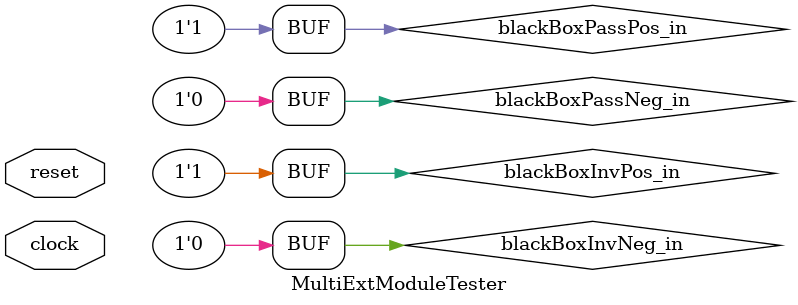
<source format=v>
module MultiExtModuleTester(
  input   clock,
  input   reset
);
  wire  blackBoxInvPos_in; // @[ExtModule.scala 45:30]
  wire  blackBoxInvPos_out; // @[ExtModule.scala 45:30]
  wire  blackBoxInvNeg_in; // @[ExtModule.scala 46:30]
  wire  blackBoxInvNeg_out; // @[ExtModule.scala 46:30]
  wire  blackBoxPassPos_in; // @[ExtModule.scala 47:31]
  wire  blackBoxPassPos_out; // @[ExtModule.scala 47:31]
  wire  blackBoxPassNeg_in; // @[ExtModule.scala 48:31]
  wire  blackBoxPassNeg_out; // @[ExtModule.scala 48:31]
  wire  _T_2 = ~reset; // @[ExtModule.scala 55:9]
  BlackBoxInverter blackBoxInvPos ( // @[ExtModule.scala 45:30]
    .in(blackBoxInvPos_in),
    .out(blackBoxInvPos_out)
  );
  BlackBoxInverter blackBoxInvNeg ( // @[ExtModule.scala 46:30]
    .in(blackBoxInvNeg_in),
    .out(blackBoxInvNeg_out)
  );
  BlackBoxPassthrough blackBoxPassPos ( // @[ExtModule.scala 47:31]
    .in(blackBoxPassPos_in),
    .out(blackBoxPassPos_out)
  );
  BlackBoxPassthrough blackBoxPassNeg ( // @[ExtModule.scala 48:31]
    .in(blackBoxPassNeg_in),
    .out(blackBoxPassNeg_out)
  );
  assign blackBoxInvPos_in = 1'h1; // @[ExtModule.scala 50:21]
  assign blackBoxInvNeg_in = 1'h0; // @[ExtModule.scala 51:21]
  assign blackBoxPassPos_in = 1'h1; // @[ExtModule.scala 52:22]
  assign blackBoxPassNeg_in = 1'h0; // @[ExtModule.scala 53:22]
  always @(posedge clock) begin
    `ifndef SYNTHESIS
    `ifdef STOP_COND
      if (`STOP_COND) begin
    `endif
        if (~reset & ~blackBoxInvNeg_out) begin
          $fatal; // @[ExtModule.scala 55:9]
        end
    `ifdef STOP_COND
      end
    `endif
    `endif // SYNTHESIS
    `ifndef SYNTHESIS
    `ifdef PRINTF_COND
      if (`PRINTF_COND) begin
    `endif
        if (~reset & ~blackBoxInvNeg_out) begin
          $fwrite(32'h80000002,"Assertion failed\n    at ExtModule.scala:55 assert(blackBoxInvNeg.out === 1.U)\n"); // @[ExtModule.scala 55:9]
        end
    `ifdef PRINTF_COND
      end
    `endif
    `endif // SYNTHESIS
    `ifndef SYNTHESIS
    `ifdef STOP_COND
      if (`STOP_COND) begin
    `endif
        if (_T_2 & ~(~blackBoxInvPos_out)) begin
          $fatal; // @[ExtModule.scala 56:9]
        end
    `ifdef STOP_COND
      end
    `endif
    `endif // SYNTHESIS
    `ifndef SYNTHESIS
    `ifdef PRINTF_COND
      if (`PRINTF_COND) begin
    `endif
        if (_T_2 & ~(~blackBoxInvPos_out)) begin
          $fwrite(32'h80000002,"Assertion failed\n    at ExtModule.scala:56 assert(blackBoxInvPos.out === 0.U)\n"); // @[ExtModule.scala 56:9]
        end
    `ifdef PRINTF_COND
      end
    `endif
    `endif // SYNTHESIS
    `ifndef SYNTHESIS
    `ifdef STOP_COND
      if (`STOP_COND) begin
    `endif
        if (_T_2 & ~(~blackBoxPassNeg_out)) begin
          $fatal; // @[ExtModule.scala 57:9]
        end
    `ifdef STOP_COND
      end
    `endif
    `endif // SYNTHESIS
    `ifndef SYNTHESIS
    `ifdef PRINTF_COND
      if (`PRINTF_COND) begin
    `endif
        if (_T_2 & ~(~blackBoxPassNeg_out)) begin
          $fwrite(32'h80000002,"Assertion failed\n    at ExtModule.scala:57 assert(blackBoxPassNeg.out === 0.U)\n"); // @[ExtModule.scala 57:9]
        end
    `ifdef PRINTF_COND
      end
    `endif
    `endif // SYNTHESIS
    `ifndef SYNTHESIS
    `ifdef STOP_COND
      if (`STOP_COND) begin
    `endif
        if (_T_2 & ~blackBoxPassPos_out) begin
          $fatal; // @[ExtModule.scala 58:9]
        end
    `ifdef STOP_COND
      end
    `endif
    `endif // SYNTHESIS
    `ifndef SYNTHESIS
    `ifdef PRINTF_COND
      if (`PRINTF_COND) begin
    `endif
        if (_T_2 & ~blackBoxPassPos_out) begin
          $fwrite(32'h80000002,"Assertion failed\n    at ExtModule.scala:58 assert(blackBoxPassPos.out === 1.U)\n"); // @[ExtModule.scala 58:9]
        end
    `ifdef PRINTF_COND
      end
    `endif
    `endif // SYNTHESIS
    `ifndef SYNTHESIS
    `ifdef STOP_COND
      if (`STOP_COND) begin
    `endif
        if (_T_2) begin
          $finish; // @[ExtModule.scala 59:7]
        end
    `ifdef STOP_COND
      end
    `endif
    `endif // SYNTHESIS
  end
endmodule

</source>
